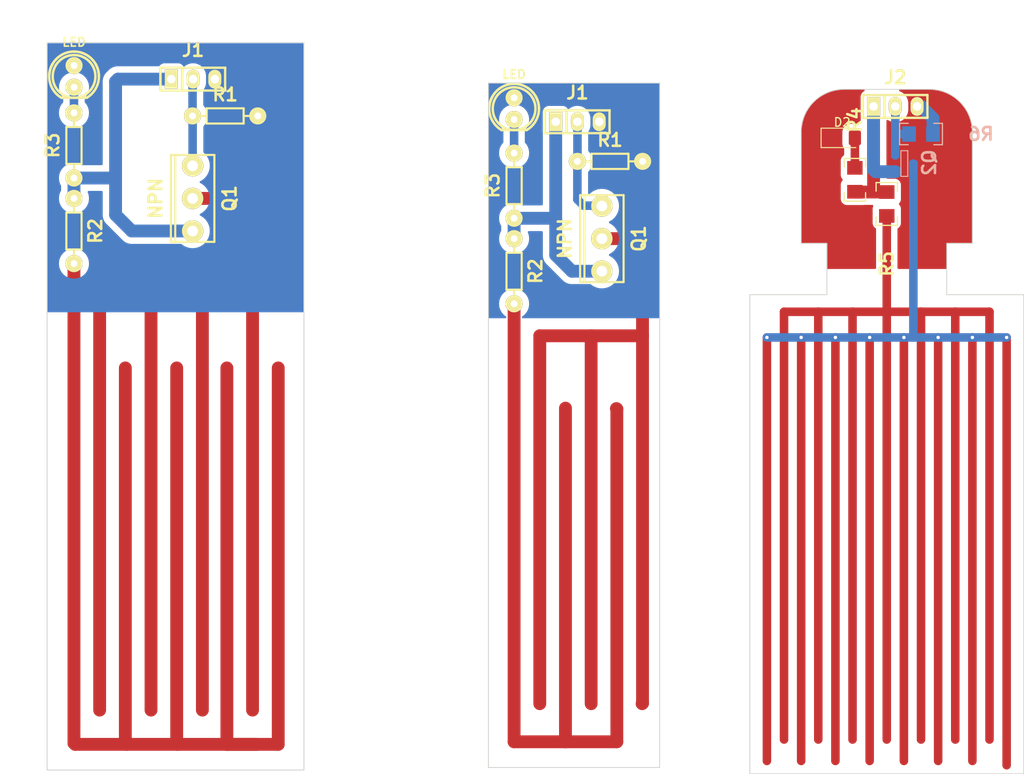
<source format=kicad_pcb>
(kicad_pcb (version 20221018) (generator pcbnew)
  (layers (0 "F.Cu" signal) (31 "B.Cu" signal) (34 "B.Paste" user) (35 "F.Paste" user) (36 "B.SilkS" user "B.Silkscreen") (37 "F.SilkS" user "F.Silkscreen") (38 "B.Mask" user) (39 "F.Mask" user) (44 "Edge.Cuts" user))
  (net 0 "")
  (net 1 "GND")
  (net 2 "Net-(D1-A)")
  (net 3 "+5V")
  (net 4 "/OUT")
  (net 5 "unconnected-(Q1-B-Pad2)")
  (net 6 "unconnected-(R2-Pad2)")
  (net 7 "/gnd")
  (net 8 "Net-(D2-A)")
  (net 9 "/+5v")
  (net 10 "/out")
  (net 11 "unconnected-(Q2-B-Pad2)")
  (net 12 "unconnected-(R5-Pad2)")
  (footprint "EESTN5:to220" (layer "F.Cu") (at 103.92 61 90)
    (fp_text reference "Q1" (at 0 4.318 90) (layer "F.SilkS") (effects (font (size 1.524 1.524) (thickness 0.3048))))
    (fp_text value "NPN" (at 0 -4.318 90) (layer "F.SilkS") (effects (font (size 1.524 1.524) (thickness 0.3048))))
    (fp_line (start -5.08 -2.54) (end -5.08 -1.27) (stroke (width 0.254)) (layer "F.SilkS"))
    (fp_line (start -5.08 -2.032) (end 5.08 -2.032) (stroke (width 0.254)) (layer "F.SilkS"))
    (fp_line (start -5.08 -1.27) (end -5.08 2.54) (stroke (width 0.254)) (layer "F.SilkS"))
    (fp_line (start -5.08 2.54) (end 5.08 2.54) (stroke (width 0.254)) (layer "F.SilkS"))
    (fp_line (start 5.08 -2.54) (end -5.08 -2.54) (stroke (width 0.254)) (layer "F.SilkS"))
    (fp_line (start 5.08 2.54) (end 5.08 -2.54) (stroke (width 0.254)) (layer "F.SilkS"))
    (pad "1" thru_hole circle (at -3.81 0 90) (size 2.49936 2.49936) (drill 1.24968) (layers "*.Cu" "*.Mask" "F.SilkS") (net 3 "+5V"))
    (pad "2" thru_hole circle (at 0 0 90) (size 2.49936 2.49936) (drill 1.24968) (layers "*.Cu" "*.Mask" "F.SilkS") (net 5 "unconnected-(Q1-B-Pad2)"))
    (pad "3" thru_hole circle (at 3.81 0 90) (size 2.49936 2.49936) (drill 1.24968) (layers "*.Cu" "*.Mask" "F.SilkS") (net 4 "/OUT"))
  )
  (footprint "EESTN5:Pin_Header_3" (layer "F.Cu") (at 148.87 52.04)
    (fp_text reference "J1" (at 0 -3.4) (layer "F.SilkS") (effects (font (size 1.5 1.5) (thickness 0.3))))
    (fp_text value "Conn_01X03" hide)
    (fp_line (start -3.81 -1.397) (end 3.81 -1.397) (stroke (width 0.15)) (layer "F.SilkS"))
    (fp_line (start -3.81 1.27) (end -3.81 -1.27) (stroke (width 0.3048)) (layer "F.SilkS"))
    (fp_line (start -1.27 -1.27) (end -1.27 1.27) (stroke (width 0.3048)) (layer "F.SilkS"))
    (fp_line (start 3.683 1.27) (end 3.683 -1.27) (stroke (width 0.15)) (layer "F.SilkS"))
    (fp_line (start 3.81 -1.397) (end 3.81 -1.143) (stroke (width 0.15)) (layer "F.SilkS"))
    (fp_line (start 3.81 -1.27) (end -3.81 -1.27) (stroke (width 0.15)) (layer "F.SilkS"))
    (fp_line (start 3.81 -1.27) (end 3.81 1.27) (stroke (width 0.15)) (layer "F.SilkS"))
    (fp_line (start 3.81 1.016) (end 3.81 1.397) (stroke (width 0.15)) (layer "F.SilkS"))
    (fp_line (start 3.81 1.27) (end -3.81 1.27) (stroke (width 0.15)) (layer "F.SilkS"))
    (fp_line (start 3.81 1.397) (end -3.81 1.397) (stroke (width 0.15)) (layer "F.SilkS"))
    (pad "1" thru_hole rect (at -2.54 0) (size 1.524 2.19964) (drill 1.00076) (layers "*.Cu" "*.Mask" "F.SilkS") (net 3 "+5V"))
    (pad "2" thru_hole oval (at 0 0) (size 1.524 2.19964) (drill 1.00076) (layers "*.Cu" "*.Mask" "F.SilkS") (net 4 "/OUT"))
    (pad "3" thru_hole oval (at 2.54 0) (size 1.524 2.19964) (drill 1.00076) (layers "*.Cu" "*.Mask" "F.SilkS") (net 1 "GND"))
  )
  (footprint "EESTN5:led_5mm_red" (layer "F.Cu") (at 141.47 50.51)
    (fp_text reference "D1" hide)
    (fp_text value "LED" (at 0 -4) (layer "F.SilkS") (effects (font (thickness 0.2))))
    (fp_line (start -1.47066 2.49936) (end 1.47066 2.49936) (stroke (width 0.29972)) (layer "F.SilkS"))
    (fp_arc (start -2.90068 0) (mid -2.05109 -2.05109) (end 0 -2.90068) (stroke (width 0.29972)) (layer "F.SilkS"))
    (fp_arc (start -1.47066 2.49936) (mid -2.807228 0.727401) (end -2.49936 -1.47066) (stroke (width 0.29972)) (layer "F.SilkS"))
    (fp_arc (start 0 -2.90068) (mid 2.05109 -2.05109) (end 2.90068 0) (stroke (width 0.29972)) (layer "F.SilkS"))
    (fp_arc (start 2.4892 -1.49098) (mid 2.814412 0.705848) (end 1.49098 2.4892) (stroke (width 0.29972)) (layer "F.SilkS"))
    (fp_circle (center 0 0) (end -2.49936 0) (stroke (width 0.29972)) (fill none) (layer "F.SilkS"))
    (pad "1" thru_hole circle (at 0 -1.27) (size 1.99898 1.99898) (drill 0.8001) (layers "*.Cu" "*.Mask" "F.SilkS") (net 1 "GND"))
    (pad "2" thru_hole circle (at 0 1.27) (size 1.99898 1.99898) (drill 0.8001) (layers "*.Cu" "*.Mask" "F.SilkS") (net 2 "Net-(D1-A)"))
  )
  (footprint "EESTN5:RES0.3" (layer "F.Cu") (at 90.06 64.81 -90)
    (fp_text reference "R2" (at 0 -2.5 -270) (layer "F.SilkS") (effects (font (size 1.5 1.5) (thickness 0.3))))
    (fp_text value "100" hide)
    (fp_line (start -2.159 -0.889) (end -2.159 0.889) (stroke (width 0.254)) (layer "F.SilkS"))
    (fp_line (start -2.159 0) (end -3.81 0) (stroke (width 0.254)) (layer "F.SilkS"))
    (fp_line (start -2.159 0.889) (end 2.159 0.889) (stroke (width 0.254)) (layer "F.SilkS"))
    (fp_line (start 2.159 -0.889) (end -2.159 -0.889) (stroke (width 0.254)) (layer "F.SilkS"))
    (fp_line (start 2.159 0) (end 3.81 0) (stroke (width 0.254)) (layer "F.SilkS"))
    (fp_line (start 2.159 0.889) (end 2.159 -0.889) (stroke (width 0.254)) (layer "F.SilkS"))
    (pad "1" thru_hole circle (at -3.81 0 270) (size 1.99898 1.99898) (drill 0.8001) (layers "*.Cu" "*.Mask" "F.SilkS") (net 3 "+5V"))
    (pad "2" thru_hole circle (at 3.81 0 270) (size 1.99898 1.99898) (drill 0.8001) (layers "*.Cu" "*.Mask" "F.SilkS") (net 6 "unconnected-(R2-Pad2)"))
  )
  (footprint "EESTN5:RES0.3" (layer "F.Cu") (at 90.06 54.81 90)
    (fp_text reference "R3" (at 0 -2.5 90) (layer "F.SilkS") (effects (font (size 1.5 1.5) (thickness 0.3))))
    (fp_text value "1k" hide)
    (fp_line (start -2.159 -0.889) (end -2.159 0.889) (stroke (width 0.254)) (layer "F.SilkS"))
    (fp_line (start -2.159 0) (end -3.81 0) (stroke (width 0.254)) (layer "F.SilkS"))
    (fp_line (start -2.159 0.889) (end 2.159 0.889) (stroke (width 0.254)) (layer "F.SilkS"))
    (fp_line (start 2.159 -0.889) (end -2.159 -0.889) (stroke (width 0.254)) (layer "F.SilkS"))
    (fp_line (start 2.159 0) (end 3.81 0) (stroke (width 0.254)) (layer "F.SilkS"))
    (fp_line (start 2.159 0.889) (end 2.159 -0.889) (stroke (width 0.254)) (layer "F.SilkS"))
    (pad "1" thru_hole circle (at -3.81 0 90) (size 1.99898 1.99898) (drill 0.8001) (layers "*.Cu" "*.Mask" "F.SilkS") (net 3 "+5V"))
    (pad "2" thru_hole circle (at 3.81 0 90) (size 1.99898 1.99898) (drill 0.8001) (layers "*.Cu" "*.Mask" "F.SilkS") (net 2 "Net-(D1-A)"))
  )
  (footprint "EESTN5:Pin_Header_3" (layer "F.Cu") (at 186 50.25)
    (fp_text reference "J2" (at 0 -3.4) (layer "F.SilkS") (effects (font (size 1.5 1.5) (thickness 0.3))))
    (fp_text value "Conn_01X03" hide)
    (fp_line (start -3.81 -1.397) (end 3.81 -1.397) (stroke (width 0.15)) (layer "F.SilkS"))
    (fp_line (start -3.81 1.27) (end -3.81 -1.27) (stroke (width 0.3048)) (layer "F.SilkS"))
    (fp_line (start -1.27 -1.27) (end -1.27 1.27) (stroke (width 0.3048)) (layer "F.SilkS"))
    (fp_line (start 3.683 1.27) (end 3.683 -1.27) (stroke (width 0.15)) (layer "F.SilkS"))
    (fp_line (start 3.81 -1.397) (end 3.81 -1.143) (stroke (width 0.15)) (layer "F.SilkS"))
    (fp_line (start 3.81 -1.27) (end -3.81 -1.27) (stroke (width 0.15)) (layer "F.SilkS"))
    (fp_line (start 3.81 -1.27) (end 3.81 1.27) (stroke (width 0.15)) (layer "F.SilkS"))
    (fp_line (start 3.81 1.016) (end 3.81 1.397) (stroke (width 0.15)) (layer "F.SilkS"))
    (fp_line (start 3.81 1.27) (end -3.81 1.27) (stroke (width 0.15)) (layer "F.SilkS"))
    (fp_line (start 3.81 1.397) (end -3.81 1.397) (stroke (width 0.15)) (layer "F.SilkS"))
    (pad "1" thru_hole rect (at -2.54 0) (size 1.524 2.19964) (drill 1.00076) (layers "*.Cu" "*.Mask" "F.SilkS") (net 9 "/+5v"))
    (pad "2" thru_hole oval (at 0 0) (size 1.524 2.19964) (drill 1.00076) (layers "*.Cu" "*.Mask" "F.SilkS") (net 10 "/out"))
    (pad "3" thru_hole oval (at 2.54 0) (size 1.524 2.19964) (drill 1.00076) (layers "*.Cu" "*.Mask" "F.SilkS") (net 7 "/gnd"))
  )
  (footprint "EESTN5:RES0.3" (layer "F.Cu") (at 107.72 51.36)
    (fp_text reference "R1" (at 0 -2.5) (layer "F.SilkS") (effects (font (size 1.5 1.5) (thickness 0.3))))
    (fp_text value "100" hide)
    (fp_line (start -2.159 -0.889) (end -2.159 0.889) (stroke (width 0.254)) (layer "F.SilkS"))
    (fp_line (start -2.159 0) (end -3.81 0) (stroke (width 0.254)) (layer "F.SilkS"))
    (fp_line (start -2.159 0.889) (end 2.159 0.889) (stroke (width 0.254)) (layer "F.SilkS"))
    (fp_line (start 2.159 -0.889) (end -2.159 -0.889) (stroke (width 0.254)) (layer "F.SilkS"))
    (fp_line (start 2.159 0) (end 3.81 0) (stroke (width 0.254)) (layer "F.SilkS"))
    (fp_line (start 2.159 0.889) (end 2.159 -0.889) (stroke (width 0.254)) (layer "F.SilkS"))
    (pad "1" thru_hole circle (at -3.81 0) (size 1.99898 1.99898) (drill 0.8001) (layers "*.Cu" "*.Mask" "F.SilkS") (net 4 "/OUT"))
    (pad "2" thru_hole circle (at 3.81 0) (size 1.99898 1.99898) (drill 0.8001) (layers "*.Cu" "*.Mask" "F.SilkS") (net 1 "GND"))
  )
  (footprint "EESTN5:RES0.3" (layer "F.Cu") (at 152.67 56.67)
    (fp_text reference "R1" (at 0 -2.5) (layer "F.SilkS") (effects (font (size 1.5 1.5) (thickness 0.3))))
    (fp_text value "100" hide)
    (fp_line (start -2.159 -0.889) (end -2.159 0.889) (stroke (width 0.254)) (layer "F.SilkS"))
    (fp_line (start -2.159 0) (end -3.81 0) (stroke (width 0.254)) (layer "F.SilkS"))
    (fp_line (start -2.159 0.889) (end 2.159 0.889) (stroke (width 0.254)) (layer "F.SilkS"))
    (fp_line (start 2.159 -0.889) (end -2.159 -0.889) (stroke (width 0.254)) (layer "F.SilkS"))
    (fp_line (start 2.159 0) (end 3.81 0) (stroke (width 0.254)) (layer "F.SilkS"))
    (fp_line (start 2.159 0.889) (end 2.159 -0.889) (stroke (width 0.254)) (layer "F.SilkS"))
    (pad "1" thru_hole circle (at -3.81 0) (size 1.99898 1.99898) (drill 0.8001) (layers "*.Cu" "*.Mask" "F.SilkS") (net 4 "/OUT"))
    (pad "2" thru_hole circle (at 3.81 0) (size 1.99898 1.99898) (drill 0.8001) (layers "*.Cu" "*.Mask" "F.SilkS") (net 1 "GND"))
  )
  (footprint "EESTN5:RES0.3" (layer "F.Cu") (at 141.47 69.51 -90)
    (fp_text reference "R2" (at 0 -2.5 -270) (layer "F.SilkS") (effects (font (size 1.5 1.5) (thickness 0.3))))
    (fp_text value "100" hide)
    (fp_line (start -2.159 -0.889) (end -2.159 0.889) (stroke (width 0.254)) (layer "F.SilkS"))
    (fp_line (start -2.159 0) (end -3.81 0) (stroke (width 0.254)) (layer "F.SilkS"))
    (fp_line (start -2.159 0.889) (end 2.159 0.889) (stroke (width 0.254)) (layer "F.SilkS"))
    (fp_line (start 2.159 -0.889) (end -2.159 -0.889) (stroke (width 0.254)) (layer "F.SilkS"))
    (fp_line (start 2.159 0) (end 3.81 0) (stroke (width 0.254)) (layer "F.SilkS"))
    (fp_line (start 2.159 0.889) (end 2.159 -0.889) (stroke (width 0.254)) (layer "F.SilkS"))
    (pad "1" thru_hole circle (at -3.81 0 270) (size 1.99898 1.99898) (drill 0.8001) (layers "*.Cu" "*.Mask" "F.SilkS") (net 3 "+5V"))
    (pad "2" thru_hole circle (at 3.81 0 270) (size 1.99898 1.99898) (drill 0.8001) (layers "*.Cu" "*.Mask" "F.SilkS") (net 6 "unconnected-(R2-Pad2)"))
  )
  (footprint "EESTN5:R_1206" (layer "F.Cu") (at 181.275 58.825 -90)
    (fp_text reference "R4" (at -7 0 90) (layer "F.SilkS") (effects (font (size 1.5 1.5) (thickness 0.3))))
    (fp_text value "1k" hide)
    (fp_line (start -2.5 -1.25) (end -2.5 1.25) (stroke (width 0.15)) (layer "F.SilkS"))
    (fp_line (start -2.5 1.25) (end -1.5 1.25) (stroke (width 0.15)) (layer "F.SilkS"))
    (fp_line (start -1.5 -1.25) (end -2.5 -1.25) (stroke (width 0.15)) (layer "F.SilkS"))
    (fp_line (start 1.5 -1.25) (end 2.5 -1.25) (stroke (width 0.15)) (layer "F.SilkS"))
    (fp_line (start 1.5 1.25) (end 2.5 1.25) (stroke (width 0.15)) (layer "F.SilkS"))
    (fp_line (start 2.5 1.25) (end 2.5 -1.25) (stroke (width 0.15)) (layer "F.SilkS"))
    (pad "1" smd rect (at 1.397 0 270) (size 1.6002 1.8034) (layers "F.Cu" "F.Paste" "F.Mask") (net 9 "/+5v"))
    (pad "2" smd rect (at -1.397 0 270) (size 1.6002 1.8034) (layers "F.Cu" "F.Paste" "F.Mask") (net 8 "Net-(D2-A)"))
  )
  (footprint "EESTN5:Pin_Header_3" (layer "F.Cu") (at 103.97 47.06)
    (fp_text reference "J1" (at 0 -3.4) (layer "F.SilkS") (effects (font (size 1.5 1.5) (thickness 0.3))))
    (fp_text value "Conn_01X03" hide)
    (fp_line (start -3.81 -1.397) (end 3.81 -1.397) (stroke (width 0.15)) (layer "F.SilkS"))
    (fp_line (start -3.81 1.27) (end -3.81 -1.27) (stroke (width 0.3048)) (layer "F.SilkS"))
    (fp_line (start -1.27 -1.27) (end -1.27 1.27) (stroke (width 0.3048)) (layer "F.SilkS"))
    (fp_line (start 3.683 1.27) (end 3.683 -1.27) (stroke (width 0.15)) (layer "F.SilkS"))
    (fp_line (start 3.81 -1.397) (end 3.81 -1.143) (stroke (width 0.15)) (layer "F.SilkS"))
    (fp_line (start 3.81 -1.27) (end -3.81 -1.27) (stroke (width 0.15)) (layer "F.SilkS"))
    (fp_line (start 3.81 -1.27) (end 3.81 1.27) (stroke (width 0.15)) (layer "F.SilkS"))
    (fp_line (start 3.81 1.016) (end 3.81 1.397) (stroke (width 0.15)) (layer "F.SilkS"))
    (fp_line (start 3.81 1.27) (end -3.81 1.27) (stroke (width 0.15)) (layer "F.SilkS"))
    (fp_line (start 3.81 1.397) (end -3.81 1.397) (stroke (width 0.15)) (layer "F.SilkS"))
    (pad "1" thru_hole rect (at -2.54 0) (size 1.524 2.19964) (drill 1.00076) (layers "*.Cu" "*.Mask" "F.SilkS") (net 3 "+5V"))
    (pad "2" thru_hole oval (at 0 0) (size 1.524 2.19964) (drill 1.00076) (layers "*.Cu" "*.Mask" "F.SilkS") (net 4 "/OUT"))
    (pad "3" thru_hole oval (at 2.54 0) (size 1.524 2.19964) (drill 1.00076) (layers "*.Cu" "*.Mask" "F.SilkS") (net 1 "GND"))
  )
  (footprint "EESTN5:RES0.3" (layer "F.Cu") (at 141.47 59.51 90)
    (fp_text reference "R3" (at 0 -2.5 90) (layer "F.SilkS") (effects (font (size 1.5 1.5) (thickness 0.3))))
    (fp_text value "1k" hide)
    (fp_line (start -2.159 -0.889) (end -2.159 0.889) (stroke (width 0.254)) (layer "F.SilkS"))
    (fp_line (start -2.159 0) (end -3.81 0) (stroke (width 0.254)) (layer "F.SilkS"))
    (fp_line (start -2.159 0.889) (end 2.159 0.889) (stroke (width 0.254)) (layer "F.SilkS"))
    (fp_line (start 2.159 -0.889) (end -2.159 -0.889) (stroke (width 0.254)) (layer "F.SilkS"))
    (fp_line (start 2.159 0) (end 3.81 0) (stroke (width 0.254)) (layer "F.SilkS"))
    (fp_line (start 2.159 0.889) (end 2.159 -0.889) (stroke (width 0.254)) (layer "F.SilkS"))
    (pad "1" thru_hole circle (at -3.81 0 90) (size 1.99898 1.99898) (drill 0.8001) (layers "*.Cu" "*.Mask" "F.SilkS") (net 3 "+5V"))
    (pad "2" thru_hole circle (at 3.81 0 90) (size 1.99898 1.99898) (drill 0.8001) (layers "*.Cu" "*.Mask" "F.SilkS") (net 2 "Net-(D1-A)"))
  )
  (footprint "EESTN5:to220" (layer "F.Cu") (at 151.72 65.7 90)
    (fp_text reference "Q1" (at 0 4.318 90) (layer "F.SilkS") (effects (font (size 1.524 1.524) (thickness 0.3048))))
    (fp_text value "NPN" (at 0 -4.318 90) (layer "F.SilkS") (effects (font (size 1.524 1.524) (thickness 0.3048))))
    (fp_line (start -5.08 -2.54) (end -5.08 -1.27) (stroke (width 0.254)) (layer "F.SilkS"))
    (fp_line (start -5.08 -2.032) (end 5.08 -2.032) (stroke (width 0.254)) (layer "F.SilkS"))
    (fp_line (start -5.08 -1.27) (end -5.08 2.54) (stroke (width 0.254)) (layer "F.SilkS"))
    (fp_line (start -5.08 2.54) (end 5.08 2.54) (stroke (width 0.254)) (layer "F.SilkS"))
    (fp_line (start 5.08 -2.54) (end -5.08 -2.54) (stroke (width 0.254)) (layer "F.SilkS"))
    (fp_line (start 5.08 2.54) (end 5.08 -2.54) (stroke (width 0.254)) (layer "F.SilkS"))
    (pad "1" thru_hole circle (at -3.81 0 90) (size 2.49936 2.49936) (drill 1.24968) (layers "*.Cu" "*.Mask" "F.SilkS") (net 3 "+5V"))
    (pad "2" thru_hole circle (at 0 0 90) (size 2.49936 2.49936) (drill 1.24968) (layers "*.Cu" "*.Mask" "F.SilkS") (net 5 "unconnected-(Q1-B-Pad2)"))
    (pad "3" thru_hole circle (at 3.81 0 90) (size 2.49936 2.49936) (drill 1.24968) (layers "*.Cu" "*.Mask" "F.SilkS") (net 4 "/OUT"))
  )
  (footprint "LED_SMD:LED_1206_3216Metric_Pad1.42x1.75mm_HandSolder" (layer "F.Cu") (at 179.7875 53.925)
    (fp_text reference "D2" (at 0 -1.82) (layer "F.SilkS"))
    (fp_text value "LED")
    (fp_line (start -2.46 -1.135) (end -2.46 1.135) (stroke (width 0.12)) (layer "F.SilkS"))
    (fp_line (start -2.46 1.135) (end 1.6 1.135) (stroke (width 0.12)) (layer "F.SilkS"))
    (fp_line (start 1.6 -1.135) (end -2.46 -1.135) (stroke (width 0.12)) (layer "F.SilkS"))
    (pad "1" smd roundrect (at -1.4875 0) (size 1.425 1.75) (layers "F.Cu" "F.Paste" "F.Mask") (roundrect_rratio 0.175439) (net 7 "/gnd"))
    (pad "2" smd roundrect (at 1.4875 0) (size 1.425 1.75) (layers "F.Cu" "F.Paste" "F.Mask") (roundrect_rratio 0.175439) (net 8 "Net-(D2-A)"))
  )
  (footprint "EESTN5:R_1206" (layer "F.Cu") (at 185 61.65 90)
    (fp_text reference "R5" (at -7 0 90) (layer "F.SilkS") (effects (font (size 1.5 1.5) (thickness 0.3))))
    (fp_text value "100" hide)
    (fp_line (start -2.5 -1.25) (end -2.5 1.25) (stroke (width 0.15)) (layer "F.SilkS"))
    (fp_line (start -2.5 1.25) (end -1.5 1.25) (stroke (width 0.15)) (layer "F.SilkS"))
    (fp_line (start -1.5 -1.25) (end -2.5 -1.25) (stroke (width 0.15)) (layer "F.SilkS"))
    (fp_line (start 1.5 -1.25) (end 2.5 -1.25) (stroke (width 0.15)) (layer "F.SilkS"))
    (fp_line (start 1.5 1.25) (end 2.5 1.25) (stroke (width 0.15)) (layer "F.SilkS"))
    (fp_line (start 2.5 1.25) (end 2.5 -1.25) (stroke (width 0.15)) (layer "F.SilkS"))
    (pad "1" smd rect (at 1.397 0 90) (size 1.6002 1.8034) (layers "F.Cu" "F.Paste" "F.Mask") (net 9 "/+5v"))
    (pad "2" smd rect (at -1.397 0 90) (size 1.6002 1.8034) (layers "F.Cu" "F.Paste" "F.Mask") (net 12 "unconnected-(R5-Pad2)"))
  )
  (footprint "EESTN5:led_5mm_red" (layer "F.Cu") (at 90.07 46.74)
    (fp_text reference "D1" hide)
    (fp_text value "LED" (at 0 -4) (layer "F.SilkS") (effects (font (thickness 0.2))))
    (fp_line (start -1.47066 2.49936) (end 1.47066 2.49936) (stroke (width 0.29972)) (layer "F.SilkS"))
    (fp_arc (start -2.90068 0) (mid -2.05109 -2.05109) (end 0 -2.90068) (stroke (width 0.29972)) (layer "F.SilkS"))
    (fp_arc (start -1.47066 2.49936) (mid -2.807228 0.727401) (end -2.49936 -1.47066) (stroke (width 0.29972)) (layer "F.SilkS"))
    (fp_arc (start 0 -2.90068) (mid 2.05109 -2.05109) (end 2.90068 0) (stroke (width 0.29972)) (layer "F.SilkS"))
    (fp_arc (start 2.4892 -1.49098) (mid 2.814412 0.705848) (end 1.49098 2.4892) (stroke (width 0.29972)) (layer "F.SilkS"))
    (fp_circle (center 0 0) (end -2.49936 0) (stroke (width 0.29972)) (fill none) (layer "F.SilkS"))
    (pad "1" thru_hole circle (at 0 -1.27) (size 1.99898 1.99898) (drill 0.8001) (layers "*.Cu" "*.Mask" "F.SilkS") (net 1 "GND"))
    (pad "2" thru_hole circle (at 0 1.27) (size 1.99898 1.99898) (drill 0.8001) (layers "*.Cu" "*.Mask" "F.SilkS") (net 2 "Net-(D1-A)"))
  )
  (footprint "EESTN5:SOT23" (layer "B.Cu") (at 187.05 56.925 90)
    (fp_text reference "Q2" (at 0.1 2.9 90) (layer "B.SilkS") (effects (font (size 1.5 1.5) (thickness 0.3)) (justify mirror)))
    (fp_text value "NPN" hide)
    (fp_line (start -1.5 -0.4) (end -1.5 0.4) (stroke (width 0.127)) (layer "B.SilkS"))
    (fp_line (start -1.4972 0.4) (end 1.5 0.4) (stroke (width 0.127)) (layer "B.SilkS"))
    (fp_line (start 1.5 -0.4) (end -1.4972 -0.4) (stroke (width 0.127)) (layer "B.SilkS"))
    (fp_line (start 1.5 0.4) (end 1.5 -0.4) (stroke (width 0.127)) (layer "B.SilkS"))
    (pad "1" smd rect (at -0.9525 -1.05664 90) (size 0.59944 1.00076) (layers "B.Cu" "B.Paste" "B.Mask") (net 9 "/+5v"))
    (pad "2" smd rect (at 0 1.05664 90) (size 0.59944 1.00076) (layers "B.Cu" "B.Paste" "B.Mask") (net 11 "unconnected-(Q2-B-Pad2)"))
    (pad "3" smd rect (at 0.9525 -1.05664 90) (size 0.59944 1.00076) (layers "B.Cu" "B.Paste" "B.Mask") (net 10 "/out"))
  )
  (footprint "EESTN5:R_1206" (layer "B.Cu") (at 189 53.475 180)
    (fp_text reference "R6" (at -7 0 -360) (layer "B.SilkS") (effects (font (size 1.5 1.5) (thickness 0.3)) (justify mirror)))
    (fp_text value "100" hide)
    (fp_line (start -2.5 -1.25) (end -1.5 -1.25) (stroke (width 0.15)) (layer "B.SilkS"))
    (fp_line (start -2.5 1.25) (end -2.5 -1.25) (stroke (width 0.15)) (layer "B.SilkS"))
    (fp_line (start -1.5 1.25) (end -2.5 1.25) (stroke (width 0.15)) (layer "B.SilkS"))
    (fp_line (start 1.5 -1.25) (end 2.5 -1.25) (stroke (width 0.15)) (layer "B.SilkS"))
    (fp_line (start 1.5 1.25) (end 2.5 1.25) (stroke (width 0.15)) (layer "B.SilkS"))
    (fp_line (start 2.5 -1.25) (end 2.5 1.25) (stroke (width 0.15)) (layer "B.SilkS"))
    (pad "1" smd rect (at 1.397 0 180) (size 1.6002 1.8034) (layers "B.Cu" "B.Paste" "B.Mask") (net 10 "/out"))
    (pad "2" smd rect (at -1.397 0 180) (size 1.6002 1.8034) (layers "B.Cu" "B.Paste" "B.Mask") (net 7 "/gnd"))
  )
  (gr_line (start 195 66.25) (end 192 66.25) (stroke (width 0.1)) (layer "Edge.Cuts"))
  (gr_arc (start 175 53.25) (mid 176.464466 49.714466) (end 180 48.25) (stroke (width 0.1)) (layer "Edge.Cuts"))
  (gr_line (start 178 72.25) (end 170 72.25) (stroke (width 0.1)) (layer "Edge.Cuts"))
  (gr_line (start 195 53.25) (end 195 63.25) (stroke (width 0.1)) (layer "Edge.Cuts"))
  (gr_line (start 86.92 127.81) (end 86.92 42.81) (stroke (width 0.1)) (layer "Edge.Cuts"))
  (gr_line (start 138.47 127.51) (end 138.47 47.51) (stroke (width 0.1)) (layer "Edge.Cuts"))
  (gr_line (start 175 63.25) (end 175 66.25) (stroke (width 0.1)) (layer "Edge.Cuts"))
  (gr_line (start 138.47 47.51) (end 158.47 47.51) (stroke (width 0.1)) (layer "Edge.Cuts"))
  (gr_line (start 175 66.25) (end 178 66.25) (stroke (width 0.1)) (layer "Edge.Cuts"))
  (gr_line (start 200 72.25) (end 201 72.25) (stroke (width 0.1)) (layer "Edge.Cuts"))
  (gr_line (start 116.92 42.81) (end 116.92 127.81) (stroke (width 0.1)) (layer "Edge.Cuts"))
  (gr_line (start 190 48.25) (end 180 48.25) (stroke (width 0.1)) (layer "Edge.Cuts"))
  (gr_line (start 116.92 127.81) (end 86.92 127.81) (stroke (width 0.1)) (layer "Edge.Cuts"))
  (gr_line (start 192 66.25) (end 192 69.25) (stroke (width 0.1)) (layer "Edge.Cuts"))
  (gr_line (start 200 128.25) (end 170 128.25) (stroke (width 0.1)) (layer "Edge.Cuts"))
  (gr_arc (start 190 48.25) (mid 193.535534 49.714466) (end 195 53.25) (stroke (width 0.1)) (layer "Edge.Cuts"))
  (gr_line (start 175 63.25) (end 175 53.25) (stroke (width 0.1)) (layer "Edge.Cuts"))
  (gr_line (start 201 128.25) (end 200 128.25) (stroke (width 0.1)) (layer "Edge.Cuts"))
  (gr_line (start 170 128.25) (end 169 128.25) (stroke (width 0.1)) (layer "Edge.Cuts"))
  (gr_line (start 158.47 127.51) (end 138.47 127.51) (stroke (width 0.1)) (layer "Edge.Cuts"))
  (gr_line (start 169 72.25) (end 169 128.25) (stroke (width 0.1)) (layer "Edge.Cuts"))
  (gr_line (start 195 63.25) (end 195 66.25) (stroke (width 0.1)) (layer "Edge.Cuts"))
  (gr_line (start 170 72.25) (end 169 72.25) (stroke (width 0.1)) (layer "Edge.Cuts"))
  (gr_line (start 178 66.25) (end 178 72.25) (stroke (width 0.1)) (layer "Edge.Cuts"))
  (gr_line (start 86.92 42.81) (end 116.92 42.81) (stroke (width 0.1)) (layer "Edge.Cuts"))
  (gr_line (start 192 72.25) (end 200 72.25) (stroke (width 0.1)) (layer "Edge.Cuts"))
  (gr_line (start 158.47 47.51) (end 158.47 127.51) (stroke (width 0.1)) (layer "Edge.Cuts"))
  (gr_line (start 192 69.25) (end 192 72.25) (stroke (width 0.1)) (layer "Edge.Cuts"))
  (gr_line (start 201 72.25) (end 201 128.25) (stroke (width 0.1)) (layer "Edge.Cuts"))
  (segment (start 141.47 51.78) (end 141.47 55.7) (width 1) (layer "B.Cu") (net 2))
  (segment (start 90.06 48.02) (end 90.07 48.01) (width 1) (layer "B.Cu") (net 2))
  (segment (start 90.06 51) (end 90.06 48.02) (width 1) (layer "B.Cu") (net 2))
  (segment (start 146.33 63.51) (end 146.33 52.04) (width 1.5) (layer "B.Cu") (net 3))
  (segment (start 141.47 63.32) (end 141.47 65.7) (width 1.5) (layer "B.Cu") (net 3))
  (segment (start 146.14 63.32) (end 146.33 63.51) (width 1.5) (layer "B.Cu") (net 3))
  (segment (start 148.22 69.51) (end 146.33 67.62) (width 1.5) (layer "B.Cu") (net 3))
  (segment (start 90.06 58.62) (end 94.73 58.62) (width 1.5) (layer "B.Cu") (net 3))
  (segment (start 94.92 58.81) (end 94.92 62.92) (width 1.5) (layer "B.Cu") (net 3))
  (segment (start 94.92 47.34) (end 94.92 58.81) (width 1.5) (layer "B.Cu") (net 3))
  (segment (start 141.47 63.32) (end 146.14 63.32) (width 1.5) (layer "B.Cu") (net 3))
  (segment (start 151.72 69.51) (end 148.22 69.51) (width 1.5) (layer "B.Cu") (net 3))
  (segment (start 94.73 58.62) (end 94.92 58.81) (width 1.5) (layer "B.Cu") (net 3))
  (segment (start 101.43 47.06) (end 95.2 47.06) (width 1.5) (layer "B.Cu") (net 3))
  (segment (start 94.92 62.92) (end 96.81 64.81) (width 1.5) (layer "B.Cu") (net 3))
  (segment (start 90.06 58.62) (end 90.06 61) (width 1.5) (layer "B.Cu") (net 3))
  (segment (start 96.81 64.81) (end 103.92 64.81) (width 1.5) (layer "B.Cu") (net 3))
  (segment (start 95.2 47.06) (end 94.92 47.34) (width 1.5) (layer "B.Cu") (net 3))
  (segment (start 146.33 67.62) (end 146.33 63.51) (width 1.5) (layer "B.Cu") (net 3))
  (segment (start 148.87 56.66) (end 148.86 56.67) (width 1) (layer "B.Cu") (net 4))
  (segment (start 148.87 52.04) (end 148.87 56.66) (width 1) (layer "B.Cu") (net 4))
  (segment (start 103.92 51.37) (end 103.91 51.36) (width 1) (layer "B.Cu") (net 4))
  (segment (start 149.58 61.85) (end 151.11 61.85) (width 1) (layer "B.Cu") (net 4))
  (segment (start 103.91 47.12) (end 103.97 47.06) (width 1) (layer "B.Cu") (net 4))
  (segment (start 148.86 56.67) (end 148.86 61.13) (width 1) (layer "B.Cu") (net 4))
  (segment (start 148.86 61.13) (end 149.58 61.85) (width 1) (layer "B.Cu") (net 4))
  (segment (start 103.92 57.19) (end 103.92 51.37) (width 1) (layer "B.Cu") (net 4))
  (segment (start 103.91 51.36) (end 103.91 47.12) (width 1) (layer "B.Cu") (net 4))
  (segment (start 156.47 73.51) (end 156.42 73.56) (width 1.5) (layer "F.Cu") (net 5))
  (segment (start 156.47 77.06) (end 150.47 77.06) (width 1.5) (layer "F.Cu") (net 5))
  (segment (start 104.06 68.81) (end 105.06 68.81) (width 1.5) (layer "F.Cu") (net 5))
  (segment (start 151.72 65.7) (end 154.66 65.7) (width 1.5) (layer "F.Cu") (net 5))
  (segment (start 103.92 61) (end 109.11 61) (width 1.5) (layer "F.Cu") (net 5))
  (segment (start 105.06 68.81) (end 110.92 68.81) (width 1.5) (layer "F.Cu") (net 5))
  (segment (start 104.06 68.81) (end 99.06 68.81) (width 1.5) (layer "F.Cu") (net 5))
  (segment (start 99.06 68.81) (end 99.06 120.81) (width 1.5) (layer "F.Cu") (net 5))
  (segment (start 156.47 120.01) (end 156.42 120.06) (width 1.5) (layer "F.Cu") (net 5))
  (segment (start 156.47 67.51) (end 156.47 73.51) (width 1.5) (layer "F.Cu") (net 5))
  (segment (start 156.47 77.06) (end 156.47 120.01) (width 1.5) (layer "F.Cu") (net 5))
  (segment (start 156.47 73.51) (end 156.47 77.06) (width 1.5) (layer "F.Cu") (net 5))
  (segment (start 110.92 68.81) (end 110.92 120.81) (width 1.5) (layer "F.Cu") (net 5))
  (segment (start 93.06 68.81) (end 93.06 120.81) (width 1.5) (layer "F.Cu") (net 5))
  (segment (start 105.06 68.81) (end 105.06 120.81) (width 1.5) (layer "F.Cu") (net 5))
  (segment (start 150.47 77.06) (end 144.47 77.06) (width 1.5) (layer "F.Cu") (net 5))
  (segment (start 99.06 68.81) (end 93.06 68.81) (width 1.5) (layer "F.Cu") (net 5))
  (segment (start 109.11 61) (end 110.92 62.81) (width 1.5) (layer "F.Cu") (net 5))
  (segment (start 144.47 77.06) (end 144.47 120.06) (width 1.5) (layer "F.Cu") (net 5))
  (segment (start 154.66 65.7) (end 156.47 67.51) (width 1.5) (layer "F.Cu") (net 5))
  (segment (start 150.47 77.06) (end 150.47 120.06) (width 1.5) (layer "F.Cu") (net 5))
  (segment (start 110.92 62.81) (end 110.92 68.81) (width 1.5) (layer "F.Cu") (net 5))
  (segment (start 107.92 80.81) (end 107.92 124.81) (width 1.5) (layer "F.Cu") (net 6))
  (segment (start 147.47 124.51) (end 153.47 124.51) (width 1.5) (layer "F.Cu") (net 6))
  (segment (start 153.47 124.51) (end 153.47 85.61) (width 1.5) (layer "F.Cu") (net 6))
  (segment (start 147.47 124.51) (end 147.47 85.51) (width 1.5) (layer "F.Cu") (net 6))
  (segment (start 90.06 68.62) (end 90.06 124.67) (width 1.5) (layer "F.Cu") (net 6))
  (segment (start 90.06 124.67) (end 90.2 124.81) (width 1.5) (layer "F.Cu") (net 6))
  (segment (start 102.06 124.7) (end 102.17 124.81) (width 1.5) (layer "F.Cu") (net 6))
  (segment (start 90.2 124.81) (end 111.42 124.81) (width 1.5) (layer "F.Cu") (net 6))
  (segment (start 141.47 124.51) (end 147.47 124.51) (width 1.5) (layer "F.Cu") (net 6))
  (segment (start 141.47 73.32) (end 141.47 124.51) (width 1.5) (layer "F.Cu") (net 6))
  (segment (start 96.06 124.7) (end 96.17 124.81) (width 1.5) (layer "F.Cu") (net 6))
  (segment (start 96.06 80.81) (end 96.06 124.7) (width 1.5) (layer "F.Cu") (net 6))
  (segment (start 153.47 85.61) (end 153.42 85.56) (width 1.5) (layer "F.Cu") (net 6))
  (segment (start 107.92 124.81) (end 113.92 124.81) (width 1.5) (layer "F.Cu") (net 6))
  (segment (start 113.92 124.81) (end 113.92 80.81) (width 1.5) (layer "F.Cu") (net 6))
  (segment (start 102.06 80.81) (end 102.06 124.7) (width 1.5) (layer "F.Cu") (net 6))
  (segment (start 190.397 51.647) (end 189 50.25) (width 1.5) (layer "B.Cu") (net 7))
  (segment (start 189 50.25) (end 188.54 50.25) (width 1.5) (layer "B.Cu") (net 7))
  (segment (start 190.397 53.475) (end 190.397 51.647) (width 1.5) (layer "B.Cu") (net 7))
  (segment (start 181.275 57.428) (end 181.275 53.925) (width 1) (layer "F.Cu") (net 8))
  (segment (start 181.306 60.253) (end 181.275 60.222) (width 1.5) (layer "F.Cu") (net 9))
  (segment (start 181.285 60.212) (end 181.275 60.222) (width 1.5) (layer "F.Cu") (net 9))
  (segment (start 183.46 50.25) (end 183.46 60.163) (width 1.5) (layer "F.Cu") (net 9))
  (segment (start 183.55 60.253) (end 181.306 60.253) (width 1.5) (layer "F.Cu") (net 9))
  (segment (start 183.46 60.163) (end 183.55 60.253) (width 1.5) (layer "F.Cu") (net 9))
  (segment (start 185 60.253) (end 183.55 60.253) (width 1.5) (layer "F.Cu") (net 9))
  (segment (start 183.46 50.25) (end 183.46 57.635) (width 1.5) (layer "B.Cu") (net 9))
  (segment (start 183.46 57.635) (end 183.7025 57.8775) (width 1.5) (layer "B.Cu") (net 9))
  (segment (start 183.7025 57.8775) (end 185.99336 57.8775) (width 1.5) (layer "B.Cu") (net 9))
  (segment (start 185.99336 55.9725) (end 185.99336 53.49036) (width 1) (layer "B.Cu") (net 10))
  (segment (start 187.603 53.475) (end 186.00872 53.475) (width 1) (layer "B.Cu") (net 10))
  (segment (start 185.978 50.272) (end 186 50.25) (width 1) (layer "B.Cu") (net 10))
  (segment (start 186.00872 53.475) (end 186 53.48372) (width 1) (layer "B.Cu") (net 10))
  (segment (start 186 53.48372) (end 186 50.25) (width 1) (layer "B.Cu") (net 10))
  (segment (start 185.99336 53.49036) (end 186 53.48372) (width 1) (layer "B.Cu") (net 10))
  (segment (start 199 77.25) (end 199 127.25) (width 1) (layer "F.Cu") (net 11))
  (segment (start 191 77.25) (end 191 126.75) (width 1) (layer "F.Cu") (net 11))
  (segment (start 175 77.25) (end 175 126.75) (width 1) (layer "F.Cu") (net 11))
  (segment (start 187 77.25) (end 187 126.75) (width 1) (layer "F.Cu") (net 11))
  (segment (start 183 77.25) (end 183 126.75) (width 1) (layer "F.Cu") (net 11))
  (segment (start 195 77.25) (end 195 126.75) (width 1) (layer "F.Cu") (net 11))
  (segment (start 179 77.25) (end 179 126.75) (width 1) (layer "F.Cu") (net 11))
  (segment (start 171 77.25) (end 171 126.75) (width 1) (layer "F.Cu") (net 11))
  (via (at 195 77.25) (size 0.8) (drill 0.4) (layers "F.Cu" "B.Cu") (net 11))
  (via (at 171 77.25) (size 0.8) (drill 0.4) (layers "F.Cu" "B.Cu") (net 11))
  (via (at 187 77.25) (size 0.8) (drill 0.4) (layers "F.Cu" "B.Cu") (net 11))
  (via (at 183 77.25) (size 0.8) (drill 0.4) (layers "F.Cu" "B.Cu") (net 11))
  (via (at 175 77.25) (size 0.8) (drill 0.4) (layers "F.Cu" "B.Cu") (net 11))
  (via (at 191 77.25) (size 0.8) (drill 0.4) (layers "F.Cu" "B.Cu") (net 11))
  (via (at 179 77.25) (size 0.8) (drill 0.4) (layers "F.Cu" "B.Cu") (net 11))
  (via (at 199 77.25) (size 0.8) (drill 0.4) (layers "F.Cu" "B.Cu") (net 11))
  (segment (start 187 77.25) (end 185 77.25) (width 1) (layer "B.Cu") (net 11))
  (segment (start 175 77.25) (end 171 77.25) (width 1) (layer "B.Cu") (net 11))
  (segment (start 183 77.25) (end 179 77.25) (width 1) (layer "B.Cu") (net 11))
  (segment (start 185 77.25) (end 183 77.25) (width 1) (layer "B.Cu") (net 11))
  (segment (start 191 77.25) (end 195 77.25) (width 1) (layer "B.Cu") (net 11))
  (segment (start 195 77.25) (end 197 77.25) (width 1) (layer "B.Cu") (net 11))
  (segment (start 188.10664 77.25) (end 187 77.25) (width 1) (layer "B.Cu") (net 11))
  (segment (start 197 77.25) (end 199 77.25) (width 1) (layer "B.Cu") (net 11))
  (segment (start 188.10664 56.925) (end 188.10664 77.25) (width 1) (layer "B.Cu") (net 11))
  (segment (start 179 77.25) (end 175 77.25) (width 1) (layer "B.Cu") (net 11))
  (segment (start 188.10664 77.25) (end 191 77.25) (width 1) (layer "B.Cu") (net 11))
  (segment (start 193 74.25) (end 197 74.25) (width 1) (layer "F.Cu") (net 12))
  (segment (start 185 74.25) (end 185 124.25) (width 1) (layer "F.Cu") (net 12))
  (segment (start 185 74.25) (end 189 74.25) (width 1) (layer "F.Cu") (net 12))
  (segment (start 177 74.25) (end 173 74.25) (width 1) (layer "F.Cu") (net 12))
  (segment (start 189 74.25) (end 189 124.25) (width 1) (layer "F.Cu") (net 12))
  (segment (start 189 74.25) (end 193 74.25) (width 1) (layer "F.Cu") (net 12))
  (segment (start 193 74.25) (end 193 124.25) (width 1) (layer "F.Cu") (net 12))
  (segment (start 173 74.25) (end 173 124.25) (width 1) (layer "F.Cu") (net 12))
  (segment (start 185 74.25) (end 181 74.25) (width 1) (layer "F.Cu") (net 12))
  (segment (start 177 74.25) (end 177 124.25) (width 1) (layer "F.Cu") (net 12))
  (segment (start 185 74.25) (end 185 63.047) (width 1) (layer "F.Cu") (net 12))
  (segment (start 197 74.25) (end 197 124.25) (width 1) (layer "F.Cu") (net 12))
  (segment (start 181 74.25) (end 181 124.25) (width 1) (layer "F.Cu") (net 12))
  (segment (start 181 74.25) (end 177 74.25) (width 1) (layer "F.Cu") (net 12))
  (zone (net 7) (net_name "/gnd") (layer "F.Cu") (priority 1) (connect_pads yes (clearance 0.5)) (min_thickness 0.25) (fill yes (thermal_gap 0.5) (thermal_bridge_width 0.5))
    (polygon (pts (xy 171 46.25) (xy 171 69.25) (xy 199 69.25) (xy 199 46.25)))
  )
  (zone (net 1) (net_name "GND") (layer "B.Cu") (connect_pads yes (clearance 0.5)) (min_thickness 0.25) (fill yes (thermal_gap 0.5) (thermal_bridge_width 0.5))
    (polygon (pts (xy 81.42 37.81) (xy 121.92 37.81) (xy 121.92 74.31) (xy 81.42 74.31)))
  )
  (zone (net 1) (net_name "GND") (layer "B.Cu") (connect_pads yes (clearance 0.5)) (min_thickness 0.25) (fill yes (thermal_gap 0.5) (thermal_bridge_width 0.5))
    (polygon (pts (xy 135.97 45.01) (xy 160.42 45.01) (xy 160.42 75.01) (xy 135.97 75.01)))
  )
)
</source>
